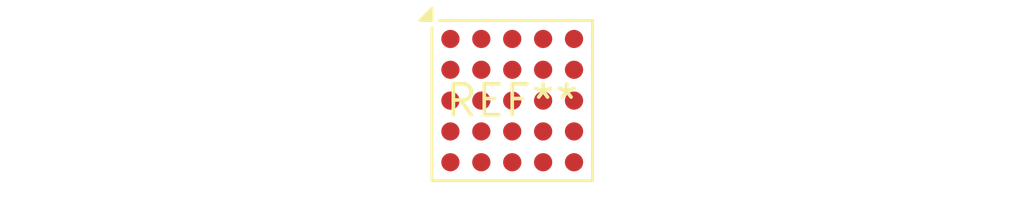
<source format=kicad_pcb>
(kicad_pcb (version 20240108) (generator pcbnew)
  (layers (0 "F.Cu" signal) (31 "B.Cu" signal) (34 "B.Paste" user) (35 "F.Paste" user) (36 "B.SilkS" user "B.Silkscreen") (37 "F.SilkS" user "F.Silkscreen") (38 "B.Mask" user) (39 "F.Mask" user) (44 "Edge.Cuts" user))
  (net 0 "")
  (footprint "BGA-25_6.35x6.35mm_Layout5x5_P1.27mm" (layer "F.Cu") (at 0 0)
    (property "Reference" "REF**")
    (property "Value" "BGA-25_6.35x6.35mm_Layout5x5_P1.27mm")
    (fp_line (start -3.3 3.3) (end -3.3 -2.98) (layer "F.SilkS") (stroke (width 0.12)))
    (fp_line (start -2.99 -3.3) (end 3.3 -3.3) (layer "F.SilkS") (stroke (width 0.12)))
    (fp_line (start 3.3 -3.3) (end 3.3 3.3) (layer "F.SilkS") (stroke (width 0.12)))
    (fp_line (start 3.3 3.3) (end -3.3 3.3) (layer "F.SilkS") (stroke (width 0.12)))
    (fp_poly (pts (xy -3.3 -3.3) (xy -3.8 -3.3) (xy -3.3 -3.8) (xy -3.3 -3.3)) (layer "F.SilkS") (stroke (width 0.12)) (fill solid))
    (pad "A1" smd circle (at -2.54 -2.54) (size 0.75 0.75) (property pad_prop_bga) (layers "F.Cu" "F.Paste" "F.Mask"))
    (pad "A2" smd circle (at -1.27 -2.54) (size 0.75 0.75) (property pad_prop_bga) (layers "F.Cu" "F.Paste" "F.Mask"))
    (pad "A3" smd circle (at 0 -2.54) (size 0.75 0.75) (property pad_prop_bga) (layers "F.Cu" "F.Paste" "F.Mask"))
    (pad "A4" smd circle (at 1.27 -2.54) (size 0.75 0.75) (property pad_prop_bga) (layers "F.Cu" "F.Paste" "F.Mask"))
    (pad "A5" smd circle (at 2.54 -2.54) (size 0.75 0.75) (property pad_prop_bga) (layers "F.Cu" "F.Paste" "F.Mask"))
    (pad "B1" smd circle (at -2.54 -1.27) (size 0.75 0.75) (property pad_prop_bga) (layers "F.Cu" "F.Paste" "F.Mask"))
    (pad "B2" smd circle (at -1.27 -1.27) (size 0.75 0.75) (property pad_prop_bga) (layers "F.Cu" "F.Paste" "F.Mask"))
    (pad "B3" smd circle (at 0 -1.27) (size 0.75 0.75) (property pad_prop_bga) (layers "F.Cu" "F.Paste" "F.Mask"))
    (pad "B4" smd circle (at 1.27 -1.27) (size 0.75 0.75) (property pad_prop_bga) (layers "F.Cu" "F.Paste" "F.Mask"))
    (pad "B5" smd circle (at 2.54 -1.27) (size 0.75 0.75) (property pad_prop_bga) (layers "F.Cu" "F.Paste" "F.Mask"))
    (pad "C1" smd circle (at -2.54 0) (size 0.75 0.75) (property pad_prop_bga) (layers "F.Cu" "F.Paste" "F.Mask"))
    (pad "C2" smd circle (at -1.27 0) (size 0.75 0.75) (property pad_prop_bga) (layers "F.Cu" "F.Paste" "F.Mask"))
    (pad "C3" smd circle (at 0 0) (size 0.75 0.75) (property pad_prop_bga) (layers "F.Cu" "F.Paste" "F.Mask"))
    (pad "C4" smd circle (at 1.27 0) (size 0.75 0.75) (property pad_prop_bga) (layers "F.Cu" "F.Paste" "F.Mask"))
    (pad "C5" smd circle (at 2.54 0) (size 0.75 0.75) (property pad_prop_bga) (layers "F.Cu" "F.Paste" "F.Mask"))
    (pad "D1" smd circle (at -2.54 1.27) (size 0.75 0.75) (property pad_prop_bga) (layers "F.Cu" "F.Paste" "F.Mask"))
    (pad "D2" smd circle (at -1.27 1.27) (size 0.75 0.75) (property pad_prop_bga) (layers "F.Cu" "F.Paste" "F.Mask"))
    (pad "D3" smd circle (at 0 1.27) (size 0.75 0.75) (property pad_prop_bga) (layers "F.Cu" "F.Paste" "F.Mask"))
    (pad "D4" smd circle (at 1.27 1.27) (size 0.75 0.75) (property pad_prop_bga) (layers "F.Cu" "F.Paste" "F.Mask"))
    (pad "D5" smd circle (at 2.54 1.27) (size 0.75 0.75) (property pad_prop_bga) (layers "F.Cu" "F.Paste" "F.Mask"))
    (pad "E1" smd circle (at -2.54 2.54) (size 0.75 0.75) (property pad_prop_bga) (layers "F.Cu" "F.Paste" "F.Mask"))
    (pad "E2" smd circle (at -1.27 2.54) (size 0.75 0.75) (property pad_prop_bga) (layers "F.Cu" "F.Paste" "F.Mask"))
    (pad "E3" smd circle (at 0 2.54) (size 0.75 0.75) (property pad_prop_bga) (layers "F.Cu" "F.Paste" "F.Mask"))
    (pad "E4" smd circle (at 1.27 2.54) (size 0.75 0.75) (property pad_prop_bga) (layers "F.Cu" "F.Paste" "F.Mask"))
    (pad "E5" smd circle (at 2.54 2.54) (size 0.75 0.75) (property pad_prop_bga) (layers "F.Cu" "F.Paste" "F.Mask"))
  )
)
</source>
